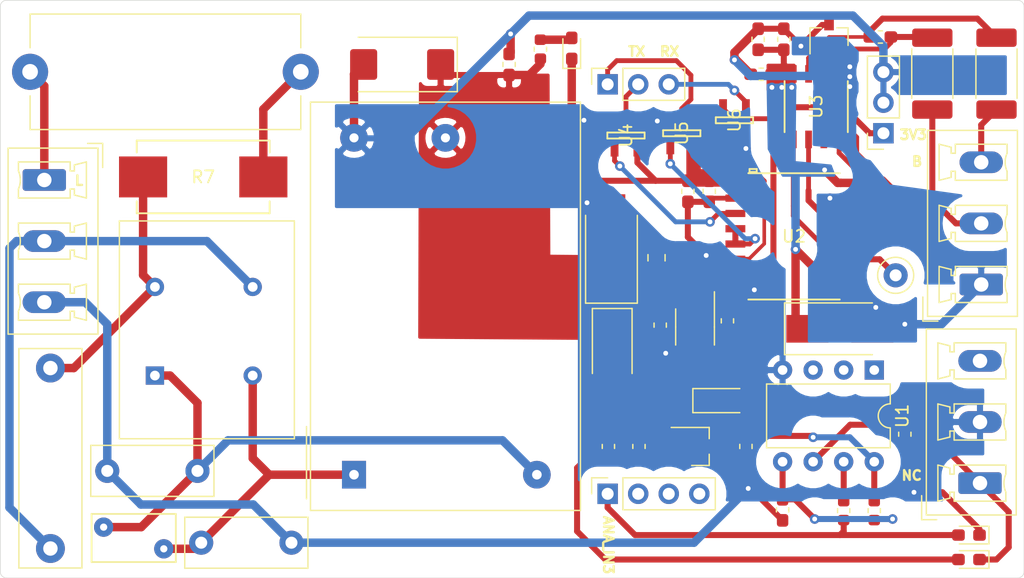
<source format=kicad_pcb>
(kicad_pcb (version 20171130) (host pcbnew 5.1.5-52549c5~84~ubuntu18.04.1)
  (layers (0 F.Cu signal) (31 B.Cu signal) (34 B.Paste user) (35 F.Paste user) (36 B.SilkS user) (37 F.SilkS user) (38 B.Mask user) (39 F.Mask user) (44 Edge.Cuts user))
  (net 0 "")
  (net 1 /LIVE)
  (net 2 "Net-(F1-Pad2)")
  (net 3 GND)
  (net 4 "Net-(R4-Pad2)")
  (net 5 "Net-(R3-Pad2)")
  (net 6 "Net-(R6-Pad1)")
  (net 7 "Net-(DR1-Pad2)")
  (net 8 "Net-(DG1-Pad2)")
  (net 9 "Net-(C1-Pad2)")
  (net 10 "Net-(C2-Pad1)")
  (net 11 "Net-(C0-Pad2)")
  (net 12 /NEUTRAL)
  (net 13 GNDA)
  (net 14 "Net-(D6-Pad2)")
  (net 15 "Net-(D6-Pad1)")
  (net 16 "Net-(J7-Pad3)")
  (net 17 "Net-(J7-Pad2)")
  (net 18 "Net-(TP4-Pad1)")
  (net 19 "Net-(U2-Pad6)")
  (net 20 "Net-(U2-Pad4)")
  (net 21 "Net-(U2-Pad3)")
  (net 22 /5VDC)
  (net 23 /RS485_TXD)
  (net 24 /RS485_EN)
  (net 25 /RS485_RXD)
  (net 26 "Net-(U2-Pad13)")
  (net 27 /NC)
  (net 28 /Q1E)
  (net 29 /Q1B)
  (net 30 "Net-(C9-Pad2)")
  (net 31 /3V3)
  (net 32 "Net-(C11-Pad1)")
  (net 33 "Net-(U2-Pad12)")
  (net 34 "Net-(DR2-Pad2)")
  (net 35 /vcc)
  (net 36 "Net-(U2-Pad14)")
  (module Resistor_SMD:R_0805_2012Metric_Pad1.15x1.40mm_HandSolder (layer F.Cu) (at 156.4005 82.1055 90)
    (fp_text reference R8 hide)
    (fp_text value 4k7 hide)
    (pad 2 smd roundrect (at 1.025 0 90) (size 1.15 1.4) (layers F.Cu F.Paste F.Mask) (roundrect_rratio 0.217391) (net 3 GND))
    (pad 1 smd roundrect (at -1.025 0 90) (size 1.15 1.4) (layers F.Cu F.Paste F.Mask) (roundrect_rratio 0.217391) (net 22 /5VDC))
  )
  (module LED_SMD:LED_0603_1608Metric_Pad1.05x0.95mm_HandSolder (layer F.Cu) (at 182.372 107.188 180)
    (fp_text reference DR1 hide)
    (fp_text value LED hide)
    (pad 2 smd roundrect (at 0.875 0 180) (size 1.05 0.95) (layers F.Cu F.Paste F.Mask) (net 7 "Net-(DR1-Pad2)"))
    (pad 1 smd roundrect (at -0.875 0 180) (size 1.05 0.95) (layers F.Cu F.Paste F.Mask) (net 27 /NC))
  )
  (module Resistor_SMD:R_2512_6332Metric_Pad1.52x3.35mm_HandSolder (layer F.Cu) (at 179.324 66.802 90)
    (fp_text reference R11 hide)
    (fp_text value 10 hide)
    (pad 2 smd roundrect (at 2.9875 0 90) (size 1.525 3.35) (layers F.Cu F.Paste F.Mask) (roundrect_rratio 0.163934) (net 14 "Net-(D6-Pad2)"))
    (pad 1 smd roundrect (at -2.9875 0 90) (size 1.525 3.35) (layers F.Cu F.Paste F.Mask) (roundrect_rratio 0.163934) (net 17 "Net-(J7-Pad2)"))
  )
  (module Resistor_SMD:R_2512_6332Metric_Pad1.52x3.35mm_HandSolder (layer F.Cu) (at 184.658 66.802 90)
    (fp_text reference R10 hide)
    (fp_text value 10 hide)
    (pad 2 smd roundrect (at 2.9875 0 90) (size 1.525 3.35) (layers F.Cu F.Paste F.Mask) (roundrect_rratio 0.163934) (net 15 "Net-(D6-Pad1)"))
    (pad 1 smd roundrect (at -2.9875 0 90) (size 1.525 3.35) (layers F.Cu F.Paste F.Mask) (roundrect_rratio 0.163934) (net 16 "Net-(J7-Pad3)"))
  )
  (module Converter_ACDC:Converter_ACDC_MeanWell_IRM-02-xx_THT (layer F.Cu) (at 131.2545 100.1395 90)
    (fp_text reference PS1 hide)
    (fp_text value IRM-01-5 hide)
    (pad 4 thru_hole circle (at 28 7.6 90) (size 2.3 2.3) (drill 0.76) (layers *.Cu *.Mask) (net 22 /5VDC))
    (pad 2 thru_hole circle (at 0 15.2 90) (size 2.3 2.3) (drill 0.8) (layers *.Cu *.Mask) (net 9 "Net-(C1-Pad2)"))
    (pad 1 thru_hole rect (at 0 0 90) (size 2.3 2) (drill 0.8) (layers *.Cu *.Mask) (net 10 "Net-(C2-Pad1)"))
    (pad 3 thru_hole circle (at 28 0 90) (size 2.3 2.3) (drill 0.76) (layers *.Cu *.Mask) (net 3 GND))
  )
  (module TestPoint:TestPoint_Loop_D1.80mm_Drill1.0mm_Beaded (layer F.Cu) (at 176.276 83.566)
    (fp_text reference TP4 hide)
    (fp_text value TestPoint hide)
    (pad 1 thru_hole circle (at 0 0) (size 2 2) (drill 1) (layers *.Cu *.Mask) (net 18 "Net-(TP4-Pad1)"))
  )
  (module LED_SMD:LED_0603_1608Metric_Pad1.05x0.95mm_HandSolder (layer F.Cu) (at 149.352 64.7065 90)
    (fp_text reference DR2 hide)
    (fp_text value "LSQ976-Z Red" hide)
    (pad 2 smd roundrect (at 0.875 0 90) (size 1.05 0.95) (layers F.Cu F.Paste F.Mask) (net 34 "Net-(DR2-Pad2)"))
    (pad 1 smd roundrect (at -0.875 0 90) (size 1.05 0.95) (layers F.Cu F.Paste F.Mask) (net 3 GND))
  )
  (module Diode_SMD:D_SMA (layer F.Cu) (at 152.7175 89.7255 270)
    (fp_text reference D2 hide)
    (fp_text value "SMAJ6 0A" hide)
    (pad 2 smd rect (at 2 0 270) (size 2.5 1.8) (layers F.Cu F.Paste F.Mask) (net 3 GND))
    (pad 1 smd rect (at -2 0 270) (size 2.5 1.8) (layers F.Cu F.Paste F.Mask) (net 22 /5VDC))
  )
  (module Package_SO:MSOP-8_3x3mm_P0.65mm (layer F.Cu) (at 159.6009 87.8586 270)
    (fp_text reference U7 hide)
    (fp_text value MIC5219-3.3YMM hide)
    (pad 8 smd roundrect (at 2.1125 -0.975 270) (size 1.625 0.5) (layers F.Cu F.Paste F.Mask) (net 3 GND))
    (pad 7 smd roundrect (at 2.1125 -0.325 270) (size 1.625 0.5) (layers F.Cu F.Paste F.Mask) (net 3 GND))
    (pad 6 smd roundrect (at 2.1125 0.325 270) (size 1.625 0.5) (layers F.Cu F.Paste F.Mask) (net 3 GND))
    (pad 5 smd roundrect (at 2.1125 0.975 270) (size 1.625 0.5) (layers F.Cu F.Paste F.Mask) (net 3 GND))
    (pad 4 smd roundrect (at -2.1125 0.975 270) (size 1.625 0.4) (layers F.Cu F.Paste F.Mask) (net 32 "Net-(C11-Pad1)"))
    (pad 3 smd roundrect (at -2.1125 0.325 270) (size 1.625 0.4) (layers F.Cu F.Paste F.Mask) (net 31 /3V3))
    (pad 2 smd roundrect (at -2.1125 -0.325 270) (size 1.625 0.5) (layers F.Cu F.Paste F.Mask) (net 22 /5VDC))
    (pad 1 smd roundrect (at -2.1125 -0.975 270) (size 1.625 0.5) (layers F.Cu F.Paste F.Mask) (net 22 /5VDC))
  )
  (module Capacitor_SMD:C_0603_1608Metric_Pad1.05x0.95mm_HandSolder (layer F.Cu) (at 156.7053 87.7062 270)
    (fp_text reference C11 hide)
    (fp_text value 470p hide)
    (pad 2 smd roundrect (at 0.875 0 270) (size 1.05 0.95) (layers F.Cu F.Paste F.Mask) (net 3 GND))
    (pad 1 smd roundrect (at -0.875 0 270) (size 1.05 0.95) (layers F.Cu F.Paste F.Mask) (net 32 "Net-(C11-Pad1)"))
  )
  (module Capacitor_SMD:C_0603_1608Metric_Pad1.05x0.95mm_HandSolder (layer F.Cu) (at 162.2933 87.3506 270)
    (fp_text reference C10 hide)
    (fp_text value 1u hide)
    (pad 2 smd roundrect (at 0.875 0 270) (size 1.05 0.95) (layers F.Cu F.Paste F.Mask) (net 3 GND))
    (pad 1 smd roundrect (at -0.875 0 270) (size 1.05 0.95) (layers F.Cu F.Paste F.Mask) (net 31 /3V3))
  )
  (module SMW310RJT:SMW310RJT (layer F.Cu) (at 118.7196 75.3872)
    (fp_text reference R7 (at 0 0) (layer F.SilkS))
    (fp_text value SMW310RJT hide)
    (pad 2 smd rect (at 4.99745 0) (size 4.0005 3.4036) (layers F.Cu F.Paste F.Mask) (net 2 "Net-(F1-Pad2)"))
    (pad 1 smd rect (at -4.99745 0) (size 4.0005 3.4036) (layers F.Cu F.Paste F.Mask) (net 11 "Net-(C0-Pad2)"))
  )
  (module Capacitor_Tantalum_SMD:CP_EIA-7343-20_Kemet-V_Pad2.25x2.55mm_HandSolder (layer F.Cu) (at 135.255 66.04 180)
    (fp_text reference CP2 hide)
    (fp_text value 150uF hide)
    (pad 2 smd roundrect (at 3.2 0 180) (size 2.25 2.55) (layers F.Cu F.Paste F.Mask) (roundrect_rratio 0.111111) (net 3 GND))
    (pad 1 smd roundrect (at -3.2 0 180) (size 2.25 2.55) (layers F.Cu F.Paste F.Mask) (roundrect_rratio 0.111111) (net 22 /5VDC))
  )
  (module Capacitor_SMD:C_0603_1608Metric_Pad1.05x0.95mm_HandSolder (layer F.Cu) (at 144.145 66.04 270)
    (fp_text reference C3 hide)
    (fp_text value 100nF hide)
    (pad 2 smd roundrect (at 0.875 0 270) (size 1.05 0.95) (layers F.Cu F.Paste F.Mask) (net 22 /5VDC))
    (pad 1 smd roundrect (at -0.875 0 270) (size 1.05 0.95) (layers F.Cu F.Paste F.Mask) (net 3 GND))
  )
  (module Capacitor_SMD:C_0603_1608Metric_Pad1.05x0.95mm_HandSolder (layer F.Cu) (at 163.83 97.79 90)
    (fp_text reference C9 hide)
    (fp_text value C_Small hide)
    (pad 2 smd roundrect (at 0.875 0 90) (size 1.05 0.95) (layers F.Cu F.Paste F.Mask) (net 30 "Net-(C9-Pad2)"))
    (pad 1 smd roundrect (at -0.875 0 90) (size 1.05 0.95) (layers F.Cu F.Paste F.Mask) (net 3 GND))
  )
  (module Diode_SMD:D_SOD-123 (layer F.Cu) (at 161.671 93.98)
    (fp_text reference D1 hide)
    (fp_text value D hide)
    (pad 2 smd rect (at 1.65 0) (size 0.9 1.2) (layers F.Cu F.Paste F.Mask) (net 31 /3V3))
    (pad 1 smd rect (at -1.65 0) (size 0.9 1.2) (layers F.Cu F.Paste F.Mask) (net 28 /Q1E))
  )
  (module Package_TO_SOT_SMD:SOT-23_Handsoldering (layer F.Cu) (at 160.02 97.79)
    (fp_text reference Q1 hide)
    (fp_text value Q_PNP_BEC hide)
    (pad 3 smd rect (at 1.5 0) (size 1.9 0.8) (layers F.Cu F.Paste F.Mask) (net 30 "Net-(C9-Pad2)"))
    (pad 2 smd rect (at -1.5 0.95) (size 1.9 0.8) (layers F.Cu F.Paste F.Mask) (net 28 /Q1E))
    (pad 1 smd rect (at -1.5 -0.95) (size 1.9 0.8) (layers F.Cu F.Paste F.Mask) (net 29 /Q1B))
  )
  (module LED_SMD:LED_0603_1608Metric_Pad1.05x0.95mm_HandSolder (layer F.Cu) (at 182.372 105.156 180)
    (fp_text reference DG1 hide)
    (fp_text value LED hide)
    (pad 2 smd roundrect (at 0.875 0 180) (size 1.05 0.95) (layers F.Cu F.Paste F.Mask) (net 8 "Net-(DG1-Pad2)"))
    (pad 1 smd roundrect (at -0.875 0 180) (size 1.05 0.95) (layers F.Cu F.Paste F.Mask) (net 3 GND))
  )
  (module Resistor_SMD:R_0603_1608Metric_Pad1.05x0.95mm_HandSolder (layer F.Cu) (at 166.878 103.0605 270)
    (fp_text reference R5 hide)
    (fp_text value 4.7K hide)
    (pad 2 smd roundrect (at 0.875 0 270) (size 1.05 0.95) (layers F.Cu F.Paste F.Mask) (net 3 GND))
    (pad 1 smd roundrect (at -0.875 0 270) (size 1.05 0.95) (layers F.Cu F.Paste F.Mask) (net 4 "Net-(R4-Pad2)"))
  )
  (module Connector_PinSocket_2.54mm:PinSocket_1x03_P2.54mm_Vertical (layer F.Cu) (at 152.3365 67.691 90)
    (fp_text reference J8 hide)
    (fp_text value Conn_01x03_Female hide)
    (pad 3 thru_hole oval (at 0 5.08 90) (size 1.7 1.7) (drill 1) (layers *.Cu *.Mask) (net 25 /RS485_RXD))
    (pad 2 thru_hole oval (at 0 2.54 90) (size 1.7 1.7) (drill 1) (layers *.Cu *.Mask) (net 23 /RS485_TXD))
    (pad 1 thru_hole rect (at 0 0 90) (size 1.7 1.7) (drill 1) (layers *.Cu *.Mask) (net 24 /RS485_EN))
  )
  (module Connector_Phoenix_MC_HighVoltage:PhoenixContact_MCV_1,5_3-G-5.08_1x03_P5.08mm_Vertical (layer F.Cu) (at 183.2864 100.838 90)
    (fp_text reference J1 hide)
    (fp_text value CON3 hide)
    (pad 3 thru_hole oval (at 10.16 0 90) (size 1.8 3.6) (drill 1.2) (layers *.Cu *.Mask))
    (pad 2 thru_hole oval (at 5.08 0 90) (size 1.8 3.6) (drill 1.2) (layers *.Cu *.Mask) (net 3 GND))
    (pad 1 thru_hole roundrect (at 0 0 90) (size 1.8 3.6) (drill 1.2) (layers *.Cu *.Mask) (roundrect_rratio 0.138889) (net 27 /NC))
  )
  (module Resistor_SMD:R_0603_1608Metric (layer F.Cu) (at 146.7485 64.77 270)
    (fp_text reference R9 hide)
    (fp_text value 1K5 hide)
    (pad 2 smd roundrect (at 0.7875 0 270) (size 0.875 0.95) (layers F.Cu F.Paste F.Mask) (net 22 /5VDC))
    (pad 1 smd roundrect (at -0.7875 0 270) (size 0.875 0.95) (layers F.Cu F.Paste F.Mask) (net 34 "Net-(DR2-Pad2)"))
  )
  (module Resistor_SMD:R_0603_1608Metric (layer F.Cu) (at 171.958 103.124 270)
    (fp_text reference R6 hide)
    (fp_text value 1K hide)
    (pad 2 smd roundrect (at 0.7875 0 270) (size 0.875 0.95) (layers F.Cu F.Paste F.Mask) (net 8 "Net-(DG1-Pad2)"))
    (pad 1 smd roundrect (at -0.7875 0 270) (size 0.875 0.95) (layers F.Cu F.Paste F.Mask) (net 6 "Net-(R6-Pad1)"))
  )
  (module Resistor_SMD:R_0603_1608Metric (layer F.Cu) (at 174.498 103.124 270)
    (fp_text reference R4 hide)
    (fp_text value 1M hide)
    (pad 2 smd roundrect (at 0.7875 0 270) (size 0.875 0.95) (layers F.Cu F.Paste F.Mask) (net 4 "Net-(R4-Pad2)"))
    (pad 1 smd roundrect (at -0.7875 0 270) (size 0.875 0.95) (layers F.Cu F.Paste F.Mask) (net 30 "Net-(C9-Pad2)"))
  )
  (module Resistor_SMD:R_0603_1608Metric (layer F.Cu) (at 177.038 96.774 90)
    (fp_text reference R3 hide)
    (fp_text value 10K hide)
    (pad 2 smd roundrect (at 0.7875 0 90) (size 0.875 0.95) (layers F.Cu F.Paste F.Mask) (net 5 "Net-(R3-Pad2)"))
    (pad 1 smd roundrect (at -0.7875 0 90) (size 0.875 0.95) (layers F.Cu F.Paste F.Mask) (net 27 /NC))
  )
  (module Resistor_SMD:R_0603_1608Metric (layer F.Cu) (at 152.4 97.79 270)
    (fp_text reference R2 hide)
    (fp_text value 1K hide)
    (pad 2 smd roundrect (at 0.7875 0 270) (size 0.875 0.95) (layers F.Cu F.Paste F.Mask) (net 7 "Net-(DR1-Pad2)"))
    (pad 1 smd roundrect (at -0.7875 0 270) (size 0.875 0.95) (layers F.Cu F.Paste F.Mask) (net 29 /Q1B))
  )
  (module Resistor_SMD:R_0603_1608Metric (layer F.Cu) (at 154.94 97.79 90)
    (fp_text reference R1 hide)
    (fp_text value 1K hide)
    (pad 2 smd roundrect (at 0.7875 0 90) (size 0.875 0.95) (layers F.Cu F.Paste F.Mask) (net 29 /Q1B))
    (pad 1 smd roundrect (at -0.7875 0 90) (size 0.875 0.95) (layers F.Cu F.Paste F.Mask) (net 28 /Q1E))
  )
  (module SN74LV1T34DBVR:SN74LV1T34DBVR (layer F.Cu) (at 162.8775 70.6755 90)
    (fp_text reference U6 (at 0 0 90) (layer F.SilkS))
    (fp_text value SN74LV1T34DBVR hide)
    (pad 5 smd rect (at 1.2 -0.950001 180) (size 0.650001 1.1) (layers F.Cu F.Paste F.Mask) (net 31 /3V3))
    (pad 4 smd rect (at 1.2 0.949998 180) (size 0.650001 1.1) (layers F.Cu F.Paste F.Mask) (net 25 /RS485_RXD))
    (pad 3 smd rect (at -1.2 0.949998 180) (size 0.650001 1.1) (layers F.Cu F.Paste F.Mask) (net 3 GND))
    (pad 2 smd rect (at -1.2 0 180) (size 0.650001 1.1) (layers F.Cu F.Paste F.Mask) (net 19 "Net-(U2-Pad6)"))
    (pad 1 smd rect (at -1.2 -0.950001 180) (size 0.650001 1.1) (layers F.Cu F.Paste F.Mask))
  )
  (module SN74LV1T34DBVR:SN74LV1T34DBVR (layer F.Cu) (at 158.496 71.755 270)
    (fp_text reference U5 (at 0 0 90) (layer F.SilkS))
    (fp_text value SN74LV1T34DBVR hide)
    (pad 5 smd rect (at 1.2 -0.950001) (size 0.650001 1.1) (layers F.Cu F.Paste F.Mask) (net 22 /5VDC))
    (pad 4 smd rect (at 1.2 0.949998) (size 0.650001 1.1) (layers F.Cu F.Paste F.Mask) (net 20 "Net-(U2-Pad4)"))
    (pad 3 smd rect (at -1.2 0.949998) (size 0.650001 1.1) (layers F.Cu F.Paste F.Mask) (net 3 GND))
    (pad 2 smd rect (at -1.2 0) (size 0.650001 1.1) (layers F.Cu F.Paste F.Mask) (net 24 /RS485_EN))
    (pad 1 smd rect (at -1.2 -0.950001) (size 0.650001 1.1) (layers F.Cu F.Paste F.Mask))
  )
  (module SN74LV1T34DBVR:SN74LV1T34DBVR (layer F.Cu) (at 153.8605 71.9455 270)
    (fp_text reference U4 (at 0 0 90) (layer F.SilkS))
    (fp_text value SN74LV1T34DBVR hide)
    (pad 5 smd rect (at 1.2 -0.950001) (size 0.650001 1.1) (layers F.Cu F.Paste F.Mask) (net 22 /5VDC))
    (pad 4 smd rect (at 1.2 0.949998) (size 0.650001 1.1) (layers F.Cu F.Paste F.Mask) (net 21 "Net-(U2-Pad3)"))
    (pad 3 smd rect (at -1.2 0.949998) (size 0.650001 1.1) (layers F.Cu F.Paste F.Mask) (net 3 GND))
    (pad 2 smd rect (at -1.2 0) (size 0.650001 1.1) (layers F.Cu F.Paste F.Mask) (net 23 /RS485_TXD))
    (pad 1 smd rect (at -1.2 -0.950001) (size 0.650001 1.1) (layers F.Cu F.Paste F.Mask))
  )
  (module THVD1500D:THVD1500D (layer F.Cu) (at 169.672 69.5452 90)
    (fp_text reference U3 (at 0 0 90) (layer F.SilkS))
    (fp_text value THVD1500D hide)
    (pad 8 smd rect (at 2.72415 -1.905 90) (size 1.4605 0.5588) (layers F.Cu F.Paste F.Mask) (net 35 /vcc))
    (pad 7 smd rect (at 2.72415 -0.635 90) (size 1.4605 0.5588) (layers F.Cu F.Paste F.Mask) (net 15 "Net-(D6-Pad1)"))
    (pad 6 smd rect (at 2.72415 0.635 90) (size 1.4605 0.5588) (layers F.Cu F.Paste F.Mask) (net 14 "Net-(D6-Pad2)"))
    (pad 5 smd rect (at 2.72415 1.905 90) (size 1.4605 0.5588) (layers F.Cu F.Paste F.Mask) (net 13 GNDA))
    (pad 4 smd rect (at -2.72415 1.905 90) (size 1.4605 0.5588) (layers F.Cu F.Paste F.Mask) (net 36 "Net-(U2-Pad14)"))
    (pad 3 smd rect (at -2.72415 0.635 90) (size 1.4605 0.5588) (layers F.Cu F.Paste F.Mask) (net 33 "Net-(U2-Pad12)"))
    (pad 2 smd rect (at -2.72415 -0.635 90) (size 1.4605 0.5588) (layers F.Cu F.Paste F.Mask) (net 26 "Net-(U2-Pad13)"))
    (pad 1 smd rect (at -2.72415 -1.905 90) (size 1.4605 0.5588) (layers F.Cu F.Paste F.Mask) (net 18 "Net-(TP4-Pad1)"))
  )
  (module ISOW7841DWE:ISOW7841DWE (layer F.Cu) (at 167.8305 80.3275)
    (fp_text reference U2 (at 0 0) (layer F.SilkS))
    (fp_text value ISOW7841DWE hide)
    (pad 16 smd rect (at 4.874999 -4.445) (size 1.649999 0.599999) (layers F.Cu F.Paste F.Mask) (net 35 /vcc))
    (pad 15 smd rect (at 4.874999 -3.175) (size 1.649999 0.599999) (layers F.Cu F.Paste F.Mask) (net 13 GNDA))
    (pad 14 smd rect (at 4.874999 -1.905) (size 1.649999 0.599999) (layers F.Cu F.Paste F.Mask) (net 36 "Net-(U2-Pad14)"))
    (pad 13 smd rect (at 4.874999 -0.635) (size 1.649999 0.599999) (layers F.Cu F.Paste F.Mask) (net 26 "Net-(U2-Pad13)"))
    (pad 12 smd rect (at 4.874999 0.635) (size 1.649999 0.599999) (layers F.Cu F.Paste F.Mask) (net 33 "Net-(U2-Pad12)"))
    (pad 11 smd rect (at 4.874999 1.905) (size 1.649999 0.599999) (layers F.Cu F.Paste F.Mask) (net 18 "Net-(TP4-Pad1)"))
    (pad 10 smd rect (at 4.874999 3.175) (size 1.649999 0.599999) (layers F.Cu F.Paste F.Mask) (net 35 /vcc))
    (pad 9 smd rect (at 4.874999 4.445) (size 1.649999 0.599999) (layers F.Cu F.Paste F.Mask) (net 13 GNDA))
    (pad 8 smd rect (at -4.874999 4.445) (size 1.649999 0.599999) (layers F.Cu F.Paste F.Mask) (net 3 GND))
    (pad 7 smd rect (at -4.874999 3.175) (size 1.649999 0.599999) (layers F.Cu F.Paste F.Mask))
    (pad 6 smd rect (at -4.874999 1.905) (size 1.649999 0.599999) (layers F.Cu F.Paste F.Mask) (net 19 "Net-(U2-Pad6)"))
    (pad 5 smd rect (at -4.874999 0.635) (size 1.649999 0.599999) (layers F.Cu F.Paste F.Mask) (net 20 "Net-(U2-Pad4)"))
    (pad 4 smd rect (at -4.874999 -0.635) (size 1.649999 0.599999) (layers F.Cu F.Paste F.Mask) (net 20 "Net-(U2-Pad4)"))
    (pad 3 smd rect (at -4.874999 -1.905) (size 1.649999 0.599999) (layers F.Cu F.Paste F.Mask) (net 21 "Net-(U2-Pad3)"))
    (pad 2 smd rect (at -4.874999 -3.175) (size 1.649999 0.599999) (layers F.Cu F.Paste F.Mask) (net 3 GND))
    (pad 1 smd rect (at -4.874999 -4.445) (size 1.649999 0.599999) (layers F.Cu F.Paste F.Mask) (net 22 /5VDC))
  )
  (module Resistor_SMD:R_0603_1608Metric_Pad1.05x0.95mm_HandSolder (layer F.Cu) (at 175.006 63.754 180)
    (fp_text reference R12 hide)
    (fp_text value 120 hide)
    (pad 2 smd roundrect (at 0.875 0 180) (size 1.05 0.95) (layers F.Cu F.Paste F.Mask) (net 15 "Net-(D6-Pad1)"))
    (pad 1 smd roundrect (at -0.875 0 180) (size 1.05 0.95) (layers F.Cu F.Paste F.Mask) (net 14 "Net-(D6-Pad2)"))
  )
  (module Connector_Phoenix_MC_HighVoltage:PhoenixContact_MCV_1,5_3-G-5.08_1x03_P5.08mm_Vertical (layer F.Cu) (at 183.388 84.328 90)
    (fp_text reference J7 hide)
    (fp_text value CON3 hide)
    (pad 3 thru_hole oval (at 10.16 0 90) (size 1.8 3.6) (drill 1.2) (layers *.Cu *.Mask) (net 16 "Net-(J7-Pad3)"))
    (pad 2 thru_hole oval (at 5.08 0 90) (size 1.8 3.6) (drill 1.2) (layers *.Cu *.Mask) (net 17 "Net-(J7-Pad2)"))
    (pad 1 thru_hole roundrect (at 0 0 90) (size 1.8 3.6) (drill 1.2) (layers *.Cu *.Mask) (roundrect_rratio 0.138889) (net 13 GNDA))
  )
  (module Package_TO_SOT_SMD:SOT-23 (layer F.Cu) (at 170.7388 63.754 90)
    (fp_text reference D6 hide)
    (fp_text value CDSOT23-SM712 hide)
    (pad 3 smd rect (at 1 0 90) (size 0.9 0.8) (layers F.Cu F.Paste F.Mask) (net 13 GNDA))
    (pad 2 smd rect (at -1 0.95 90) (size 0.9 0.8) (layers F.Cu F.Paste F.Mask) (net 14 "Net-(D6-Pad2)"))
    (pad 1 smd rect (at -1 -0.95 90) (size 0.9 0.8) (layers F.Cu F.Paste F.Mask) (net 15 "Net-(D6-Pad1)"))
  )
  (module Diode_SMD:D_SMB_Handsoldering (layer F.Cu) (at 152.654 81.28 90)
    (fp_text reference D5 hide)
    (fp_text value D_Zener_Small hide)
    (pad 2 smd rect (at 2.7 0 90) (size 3.5 2.3) (layers F.Cu F.Paste F.Mask) (net 3 GND))
    (pad 1 smd rect (at -2.7 0 90) (size 3.5 2.3) (layers F.Cu F.Paste F.Mask) (net 22 /5VDC))
  )
  (module Diode_SMD:D_SMB_Handsoldering (layer F.Cu) (at 171.6405 88.011)
    (fp_text reference D4 hide)
    (fp_text value D_Zener_Small hide)
    (pad 2 smd rect (at 2.7 0) (size 3.5 2.3) (layers F.Cu F.Paste F.Mask) (net 13 GNDA))
    (pad 1 smd rect (at -2.7 0) (size 3.5 2.3) (layers F.Cu F.Paste F.Mask) (net 35 /vcc))
  )
  (module Capacitor_SMD:C_0603_1608Metric_Pad1.05x0.95mm_HandSolder (layer F.Cu) (at 159.004 76.581 270)
    (fp_text reference C8 hide)
    (fp_text value 0.1u hide)
    (pad 2 smd roundrect (at 0.875 0 270) (size 1.05 0.95) (layers F.Cu F.Paste F.Mask) (net 3 GND))
    (pad 1 smd roundrect (at -0.875 0 270) (size 1.05 0.95) (layers F.Cu F.Paste F.Mask) (net 22 /5VDC))
  )
  (module Capacitor_SMD:C_0603_1608Metric_Pad1.05x0.95mm_HandSolder (layer F.Cu) (at 160.782 76.581 270)
    (fp_text reference C7 hide)
    (fp_text value 10u hide)
    (pad 2 smd roundrect (at 0.875 0 270) (size 1.05 0.95) (layers F.Cu F.Paste F.Mask) (net 3 GND))
    (pad 1 smd roundrect (at -0.875 0 270) (size 1.05 0.95) (layers F.Cu F.Paste F.Mask) (net 22 /5VDC))
  )
  (module Capacitor_SMD:C_0603_1608Metric_Pad1.05x0.95mm_HandSolder (layer F.Cu) (at 165.1 66.8528 180)
    (fp_text reference C6 hide)
    (fp_text value 0.1u hide)
    (pad 2 smd roundrect (at 0.875 0 180) (size 1.05 0.95) (layers F.Cu F.Paste F.Mask) (net 13 GNDA))
    (pad 1 smd roundrect (at -0.875 0 180) (size 1.05 0.95) (layers F.Cu F.Paste F.Mask) (net 35 /vcc))
  )
  (module Capacitor_SMD:C_0603_1608Metric_Pad1.05x0.95mm_HandSolder (layer F.Cu) (at 164.846 63.9445 90)
    (fp_text reference C5 hide)
    (fp_text value 10u hide)
    (pad 2 smd roundrect (at 0.875 0 90) (size 1.05 0.95) (layers F.Cu F.Paste F.Mask) (net 13 GNDA))
    (pad 1 smd roundrect (at -0.875 0 90) (size 1.05 0.95) (layers F.Cu F.Paste F.Mask) (net 35 /vcc))
  )
  (module Capacitor_SMD:C_0603_1608Metric_Pad1.05x0.95mm_HandSolder (layer F.Cu) (at 166.9796 63.9445 270)
    (fp_text reference C4 hide)
    (fp_text value 0.1u hide)
    (pad 2 smd roundrect (at 0.875 0 270) (size 1.05 0.95) (layers F.Cu F.Paste F.Mask) (net 35 /vcc))
    (pad 1 smd roundrect (at -0.875 0 270) (size 1.05 0.95) (layers F.Cu F.Paste F.Mask) (net 13 GNDA))
  )
  (module Connector_PinSocket_2.54mm:PinSocket_1x04_P2.54mm_Vertical (layer F.Cu) (at 152.3365 101.727 90)
    (fp_text reference J6 hide)
    (fp_text value Conn_01x04 hide)
    (pad 4 thru_hole oval (at 0 7.62 90) (size 1.7 1.7) (drill 1) (layers *.Cu *.Mask))
    (pad 3 thru_hole oval (at 0 5.08 90) (size 1.7 1.7) (drill 1) (layers *.Cu *.Mask))
    (pad 2 thru_hole oval (at 0 2.54 90) (size 1.7 1.7) (drill 1) (layers *.Cu *.Mask))
    (pad 1 thru_hole rect (at 0 0 90) (size 1.7 1.7) (drill 1) (layers *.Cu *.Mask) (net 8 "Net-(DG1-Pad2)"))
  )
  (module Connector_PinSocket_2.54mm:PinSocket_1x03_P2.54mm_Vertical (layer F.Cu) (at 175.26 71.755 180)
    (fp_text reference J5 hide)
    (fp_text value Conn_01x03_Female hide)
    (pad 3 thru_hole oval (at 0 5.08 180) (size 1.7 1.7) (drill 1) (layers *.Cu *.Mask) (net 3 GND))
    (pad 2 thru_hole oval (at 0 2.54 180) (size 1.7 1.7) (drill 1) (layers *.Cu *.Mask) (net 3 GND))
    (pad 1 thru_hole rect (at 0 0 180) (size 1.7 1.7) (drill 1) (layers *.Cu *.Mask) (net 31 /3V3))
  )
  (module pwrcon:choke_wurth_744862250 (layer F.Cu) (at 114.7064 91.8972 180)
    (fp_text reference LC1 hide)
    (fp_text value "25mH, 0.25A" hide)
    (pad 4 thru_hole circle (at -8.128 0 180) (size 1.52 1.52) (drill 0.81) (layers *.Cu *.Mask) (net 10 "Net-(C2-Pad1)"))
    (pad 3 thru_hole circle (at -8.128 7.366 180) (size 1.52 1.52) (drill 0.81) (layers *.Cu *.Mask) (net 12 /NEUTRAL))
    (pad 1 thru_hole rect (at 0 0 180) (size 1.52 1.52) (drill 0.81) (layers *.Cu *.Mask) (net 9 "Net-(C1-Pad2)"))
    (pad 2 thru_hole circle (at 0 7.366 180) (size 1.52 1.52) (drill 0.81) (layers *.Cu *.Mask) (net 11 "Net-(C0-Pad2)"))
  )
  (module Capacitor_THT:C_Rect_L18.0mm_W5.0mm_P15.00mm_FKS3_FKP3 (layer F.Cu) (at 106.0196 106.2736 90)
    (fp_text reference C0 hide)
    (fp_text value 100nF hide)
    (pad 2 thru_hole circle (at 15 0 90) (size 2.4 2.4) (drill 1.2) (layers *.Cu *.Mask) (net 11 "Net-(C0-Pad2)"))
    (pad 1 thru_hole circle (at 0 0 90) (size 2.4 2.4) (drill 1.2) (layers *.Cu *.Mask) (net 12 /NEUTRAL))
  )
  (module Capacitor_THT:C_Rect_L10.0mm_W4.0mm_P7.50mm_MKS4 (layer F.Cu) (at 118.5545 105.791)
    (fp_text reference C2 hide)
    (fp_text value 47nF hide)
    (pad 2 thru_hole circle (at 7.5 0) (size 2 2) (drill 1) (layers *.Cu *.Mask) (net 3 GND))
    (pad 1 thru_hole circle (at 0 0) (size 2 2) (drill 1) (layers *.Cu *.Mask) (net 10 "Net-(C2-Pad1)"))
  )
  (module Capacitor_THT:C_Rect_L10.0mm_W4.0mm_P7.50mm_MKS4 (layer F.Cu) (at 110.744 99.822)
    (fp_text reference C1 hide)
    (fp_text value 47nF hide)
    (pad 2 thru_hole circle (at 7.5 0) (size 2 2) (drill 1) (layers *.Cu *.Mask) (net 9 "Net-(C1-Pad2)"))
    (pad 1 thru_hole circle (at 0 0) (size 2 2) (drill 1) (layers *.Cu *.Mask) (net 3 GND))
  )
  (module Package_DIP:DIP-8_W7.62mm (layer F.Cu) (at 174.498 91.44 270)
    (fp_text reference U1 (at 3.81 -2.33 90) (layer F.SilkS))
    (fp_text value LM358 hide)
    (pad 1 thru_hole rect (at 0 0 270) (size 1.6 1.6) (drill 0.8) (layers *.Cu *.Mask))
    (pad 5 thru_hole oval (at 7.62 7.62 270) (size 1.6 1.6) (drill 0.8) (layers *.Cu *.Mask) (net 4 "Net-(R4-Pad2)"))
    (pad 2 thru_hole oval (at 0 2.54 270) (size 1.6 1.6) (drill 0.8) (layers *.Cu *.Mask))
    (pad 6 thru_hole oval (at 7.62 5.08 270) (size 1.6 1.6) (drill 0.8) (layers *.Cu *.Mask) (net 5 "Net-(R3-Pad2)"))
    (pad 3 thru_hole oval (at 0 5.08 270) (size 1.6 1.6) (drill 0.8) (layers *.Cu *.Mask))
    (pad 7 thru_hole oval (at 7.62 2.54 270) (size 1.6 1.6) (drill 0.8) (layers *.Cu *.Mask) (net 6 "Net-(R6-Pad1)"))
    (pad 4 thru_hole oval (at 0 7.62 270) (size 1.6 1.6) (drill 0.8) (layers *.Cu *.Mask) (net 3 GND))
    (pad 8 thru_hole oval (at 7.62 0 270) (size 1.6 1.6) (drill 0.8) (layers *.Cu *.Mask) (net 30 "Net-(C9-Pad2)"))
  )
  (module Varistor:RV_Disc_D7mm_W4mm_P5mm (layer F.Cu) (at 115.443 106.299 180)
    (fp_text reference RV1 hide)
    (fp_text value 275V hide)
    (pad 2 thru_hole circle (at 5 1.8 180) (size 1.6 1.6) (drill 0.6) (layers *.Cu *.Mask) (net 9 "Net-(C1-Pad2)"))
    (pad 1 thru_hole circle (at 0 0 180) (size 1.6 1.6) (drill 0.6) (layers *.Cu *.Mask) (net 10 "Net-(C2-Pad1)"))
  )
  (module Fuse:Fuseholder_Cylinder-5x20mm_Schurter_0031_8201_Horizontal_Open (layer F.Cu) (at 104.3305 66.6496)
    (fp_text reference F1 hide)
    (fp_text value "Fuseholder 20mm 500mA" hide)
    (pad "" np_thru_hole circle (at 11.25 0) (size 2.7 2.7) (drill 2.7) (layers *.Cu *.Mask))
    (pad 2 thru_hole circle (at 22.5 0) (size 3 3) (drill 1.3) (layers *.Cu *.Mask) (net 2 "Net-(F1-Pad2)"))
    (pad 1 thru_hole circle (at 0 0) (size 3 3) (drill 1.3) (layers *.Cu *.Mask) (net 1 /LIVE))
  )
  (module Connector_Phoenix_MC_HighVoltage:PhoenixContact_MCV_1,5_3-G-5.08_1x03_P5.08mm_Vertical (layer F.Cu) (at 105.5116 75.6412 270)
    (fp_text reference J4 hide)
    (fp_text value CON3 hide)
    (pad 1 thru_hole roundrect (at 0 0 270) (size 1.8 3.6) (drill 1.2) (layers *.Cu *.Mask) (roundrect_rratio 0.138889) (net 1 /LIVE))
    (pad 2 thru_hole oval (at 5.08 0 270) (size 1.8 3.6) (drill 1.2) (layers *.Cu *.Mask) (net 12 /NEUTRAL))
    (pad 3 thru_hole oval (at 10.16 0 270) (size 1.8 3.6) (drill 1.2) (layers *.Cu *.Mask) (net 3 GND))
  )
  (gr_text 3V3 (at 177.7365 71.882) (layer F.SilkS) (effects (font (size 0.8 0.8) (thickness 0.2))))
  (gr_text L (at 108.3945 75.692) (layer F.SilkS) (effects (font (size 0.8 0.8) (thickness 0.2))))
  (gr_text ANA_IN3 (at 152.4 105.9815 270) (layer F.SilkS) (effects (font (size 0.8 0.8) (thickness 0.2))))
  (gr_text RX (at 157.48 64.9605) (layer F.SilkS) (effects (font (size 0.8 0.8) (thickness 0.2))))
  (gr_text TX (at 154.7495 64.9605) (layer F.SilkS) (effects (font (size 0.8 0.8) (thickness 0.2))))
  (gr_text NC (at 177.6095 100.203) (layer F.SilkS) (effects (font (size 0.8 0.8) (thickness 0.2))))
  (gr_text B (at 178.054 74.1045) (layer F.SilkS) (effects (font (size 0.8 0.8) (thickness 0.2))))
  (gr_arc (start 102.362 61.214) (end 102.362 60.706) (angle -90) (layer Edge.Cuts) (width 0.05))
  (gr_arc (start 102.362 108.204) (end 101.854 108.204) (angle -90) (layer Edge.Cuts) (width 0.05))
  (gr_arc (start 186.436 108.204) (end 186.436 108.712) (angle -90) (layer Edge.Cuts) (width 0.05))
  (gr_arc (start 186.436 61.214) (end 186.944 61.214) (angle -90) (layer Edge.Cuts) (width 0.05))
  (gr_line (start 101.854 108.204) (end 101.854 61.214) (layer Edge.Cuts) (width 0.05))
  (gr_line (start 186.436 108.712) (end 102.362 108.712) (layer Edge.Cuts) (width 0.05))
  (gr_line (start 186.944 61.214) (end 186.944 108.204) (layer Edge.Cuts) (width 0.05))
  (gr_line (start 102.362 60.706) (end 186.436 60.706) (layer Edge.Cuts) (width 0.05))
  (segment (start 105.5116 67.8307) (end 104.3305 66.6496) (width 0.7) (layer F.Cu) (net 1))
  (segment (start 105.5116 75.6412) (end 105.5116 67.8307) (width 0.7) (layer F.Cu) (net 1))
  (segment (start 123.71705 69.76305) (end 123.71705 75.3872) (width 0.7) (layer F.Cu) (net 2))
  (segment (start 126.8305 66.6496) (end 123.71705 69.76305) (width 0.7) (layer F.Cu) (net 2))
  (segment (start 131.4704 66.6246) (end 132.055 66.04) (width 0.3) (layer F.Cu) (net 3))
  (via (at 144.272 63.5) (size 0.8) (drill 0.4) (layers F.Cu B.Cu) (net 3))
  (segment (start 144.272 65.038) (end 144.145 65.165) (width 0.5) (layer F.Cu) (net 3))
  (segment (start 144.272 63.5) (end 144.272 65.038) (width 0.7) (layer F.Cu) (net 3))
  (segment (start 135.5944 72.1776) (end 131.4704 72.1776) (width 0.5) (layer B.Cu) (net 3))
  (segment (start 144.272 63.5) (end 135.5944 72.1776) (width 0.7) (layer B.Cu) (net 3))
  (via (at 150.368 70.6755) (size 0.8) (drill 0.4) (layers F.Cu B.Cu) (net 3))
  (via (at 157.1625 90.043) (size 0.8) (drill 0.4) (layers F.Cu B.Cu) (net 3))
  (segment (start 158.6259 89.9711) (end 159.2759 89.9711) (width 0.3) (layer F.Cu) (net 3))
  (segment (start 159.2759 89.9711) (end 159.9259 89.9711) (width 0.3) (layer F.Cu) (net 3))
  (segment (start 159.9259 89.9711) (end 160.5759 89.9711) (width 0.3) (layer F.Cu) (net 3))
  (via (at 156.464 70.739) (size 0.8) (drill 0.4) (layers F.Cu B.Cu) (net 3))
  (segment (start 157.546002 70.555) (end 156.648 70.555) (width 0.4) (layer F.Cu) (net 3))
  (segment (start 156.648 70.555) (end 156.464 70.739) (width 0.4) (layer F.Cu) (net 3))
  (via (at 177.8 101.6) (size 0.8) (drill 0.4) (layers F.Cu B.Cu) (net 3))
  (segment (start 110.744 99.822) (end 113.538 102.616) (width 0.7) (layer B.Cu) (net 3))
  (segment (start 105.5116 85.8012) (end 108.9152 85.8012) (width 0.7) (layer B.Cu) (net 3))
  (segment (start 110.744 87.63) (end 110.744 99.822) (width 0.7) (layer B.Cu) (net 3))
  (segment (start 108.9152 85.8012) (end 110.744 87.63) (width 0.7) (layer B.Cu) (net 3))
  (segment (start 162.2933 89.4842) (end 162.2933 88.2256) (width 0.3) (layer F.Cu) (net 3))
  (segment (start 160.5759 89.9711) (end 161.8064 89.9711) (width 0.3) (layer F.Cu) (net 3))
  (segment (start 161.8064 89.9711) (end 162.2933 89.4842) (width 0.3) (layer F.Cu) (net 3))
  (segment (start 162.814 91.44) (end 166.878 91.44) (width 0.5) (layer B.Cu) (net 3))
  (segment (start 158.554 90.043) (end 158.6259 89.9711) (width 0.3) (layer F.Cu) (net 3))
  (segment (start 157.1625 90.043) (end 158.554 90.043) (width 0.3) (layer F.Cu) (net 3))
  (segment (start 145.796 61.976) (end 144.272 63.5) (width 0.7) (layer B.Cu) (net 3))
  (segment (start 172.72 61.976) (end 145.796 61.976) (width 0.7) (layer B.Cu) (net 3))
  (segment (start 175.26 66.675) (end 175.26 64.516) (width 0.7) (layer B.Cu) (net 3))
  (segment (start 175.26 64.516) (end 172.72 61.976) (width 0.7) (layer B.Cu) (net 3))
  (segment (start 183.247 104.681) (end 183.247 105.156) (width 0.5) (layer F.Cu) (net 3))
  (segment (start 180.166 101.6) (end 183.247 104.681) (width 0.5) (layer F.Cu) (net 3))
  (segment (start 177.8 101.6) (end 180.166 101.6) (width 0.5) (layer F.Cu) (net 3))
  (segment (start 131.2545 66.8405) (end 132.055 66.04) (width 0.7) (layer F.Cu) (net 3))
  (segment (start 131.2545 72.1395) (end 131.2545 66.8405) (width 0.7) (layer F.Cu) (net 3))
  (segment (start 122.8795 102.616) (end 126.0545 105.791) (width 0.7) (layer B.Cu) (net 3))
  (segment (start 113.538 102.616) (end 122.8795 102.616) (width 0.7) (layer B.Cu) (net 3))
  (via (at 164.0205 101.2825) (size 0.8) (drill 0.4) (layers F.Cu B.Cu) (net 3))
  (segment (start 163.83 101.092) (end 164.0205 101.2825) (width 0.3) (layer F.Cu) (net 3))
  (segment (start 163.83 98.665) (end 163.83 101.092) (width 0.5) (layer F.Cu) (net 3))
  (via (at 160.528 81.915) (size 0.8) (drill 0.4) (layers F.Cu B.Cu) (net 3))
  (segment (start 152.840502 70.6755) (end 152.910502 70.7455) (width 0.5) (layer F.Cu) (net 3))
  (segment (start 150.368 70.6755) (end 152.840502 70.6755) (width 0.7) (layer F.Cu) (net 3))
  (segment (start 159.512 105.791) (end 164.0205 101.2825) (width 0.7) (layer B.Cu) (net 3))
  (segment (start 126.0545 105.791) (end 159.512 105.791) (width 0.7) (layer B.Cu) (net 3))
  (via (at 150.622 77.5335) (size 0.8) (drill 0.4) (layers F.Cu B.Cu) (net 3))
  (segment (start 152.654 78.58) (end 152.654 77.5335) (width 0.5) (layer F.Cu) (net 3))
  (segment (start 152.9045 81.0805) (end 155.7005 81.0805) (width 0.5) (layer F.Cu) (net 3))
  (segment (start 152.654 80.83) (end 152.9045 81.0805) (width 0.5) (layer F.Cu) (net 3))
  (segment (start 155.7005 81.0805) (end 156.4005 81.0805) (width 0.5) (layer F.Cu) (net 3))
  (segment (start 152.654 78.58) (end 152.654 80.83) (width 0.5) (layer F.Cu) (net 3))
  (segment (start 159.6935 81.0805) (end 160.528 81.915) (width 0.5) (layer F.Cu) (net 3))
  (segment (start 156.4005 81.0805) (end 159.6935 81.0805) (width 0.5) (layer F.Cu) (net 3))
  (segment (start 151.6075 77.5335) (end 152.654 78.58) (width 0.5) (layer F.Cu) (net 3))
  (segment (start 150.622 77.5335) (end 151.6075 77.5335) (width 0.5) (layer F.Cu) (net 3))
  (segment (start 155.48 91.7255) (end 157.1625 90.043) (width 0.5) (layer F.Cu) (net 3))
  (segment (start 152.7175 91.7255) (end 155.48 91.7255) (width 0.5) (layer F.Cu) (net 3))
  (segment (start 156.7053 89.5858) (end 157.1625 90.043) (width 0.5) (layer F.Cu) (net 3))
  (segment (start 156.7053 88.5812) (end 156.7053 89.5858) (width 0.5) (layer F.Cu) (net 3))
  (via (at 163.83 73.025) (size 0.8) (drill 0.4) (layers F.Cu B.Cu) (net 3))
  (segment (start 164.225 101.2825) (end 166.878 103.9355) (width 0.5) (layer F.Cu) (net 3))
  (segment (start 164.0205 101.2825) (end 164.225 101.2825) (width 0.5) (layer F.Cu) (net 3))
  (segment (start 159.004 77.456) (end 160.782 77.456) (width 0.5) (layer F.Cu) (net 3))
  (segment (start 161.0855 77.1525) (end 160.782 77.456) (width 0.4) (layer F.Cu) (net 3))
  (segment (start 162.955501 77.1525) (end 161.0855 77.1525) (width 0.4) (layer F.Cu) (net 3))
  (segment (start 159.004 80.391) (end 159.6935 81.0805) (width 0.5) (layer F.Cu) (net 3))
  (segment (start 159.004 77.456) (end 159.004 80.391) (width 0.5) (layer F.Cu) (net 3))
  (segment (start 160.528 82.480685) (end 160.528 81.915) (width 0.5) (layer F.Cu) (net 3))
  (segment (start 161.630502 84.7725) (end 160.528 83.669998) (width 0.5) (layer F.Cu) (net 3))
  (segment (start 160.528 83.669998) (end 160.528 82.480685) (width 0.5) (layer F.Cu) (net 3))
  (segment (start 162.955501 84.7725) (end 161.630502 84.7725) (width 0.5) (layer F.Cu) (net 3))
  (via (at 164.5285 84.7725) (size 0.8) (drill 0.4) (layers F.Cu B.Cu) (net 3))
  (segment (start 162.955501 84.7725) (end 164.5285 84.7725) (width 0.5) (layer F.Cu) (net 3))
  (segment (start 163.83 71.878002) (end 163.827498 71.8755) (width 0.5) (layer F.Cu) (net 3))
  (segment (start 163.83 73.025) (end 163.83 71.878002) (width 0.5) (layer F.Cu) (net 3))
  (segment (start 149.352 69.6595) (end 150.368 70.6755) (width 0.7) (layer F.Cu) (net 3))
  (segment (start 149.352 65.5815) (end 149.352 69.6595) (width 0.7) (layer F.Cu) (net 3))
  (via (at 169.545 103.8225) (size 0.8) (drill 0.4) (layers F.Cu B.Cu) (net 4))
  (via (at 176.022 103.8225) (size 0.8) (drill 0.4) (layers F.Cu B.Cu) (net 4))
  (segment (start 169.545 103.8225) (end 176.022 103.8225) (width 0.5) (layer B.Cu) (net 4))
  (segment (start 174.587 103.8225) (end 174.498 103.9115) (width 0.5) (layer F.Cu) (net 4))
  (segment (start 176.022 103.8225) (end 174.587 103.8225) (width 0.5) (layer F.Cu) (net 4))
  (segment (start 166.878 99.06) (end 166.878 102.1855) (width 0.5) (layer F.Cu) (net 4))
  (segment (start 167.908 102.1855) (end 169.545 103.8225) (width 0.5) (layer F.Cu) (net 4))
  (segment (start 166.878 102.1855) (end 167.908 102.1855) (width 0.5) (layer F.Cu) (net 4))
  (segment (start 172.4915 95.9865) (end 177.038 95.9865) (width 0.5) (layer F.Cu) (net 5))
  (segment (start 169.418 99.06) (end 172.4915 95.9865) (width 0.5) (layer F.Cu) (net 5))
  (segment (start 171.958 99.06) (end 171.958 102.3365) (width 0.5) (layer F.Cu) (net 6))
  (segment (start 152.146 107.188) (end 181.497 107.188) (width 0.5) (layer F.Cu) (net 7))
  (segment (start 152.4 98.5775) (end 150.787 98.5775) (width 0.5) (layer F.Cu) (net 7))
  (segment (start 150.787 98.5775) (end 149.7965 99.568) (width 0.5) (layer F.Cu) (net 7))
  (segment (start 149.7965 99.568) (end 149.7965 104.8385) (width 0.5) (layer F.Cu) (net 7))
  (segment (start 149.7965 104.8385) (end 152.146 107.188) (width 0.5) (layer F.Cu) (net 7))
  (segment (start 181.243 104.902) (end 181.497 105.156) (width 0.3) (layer F.Cu) (net 8))
  (segment (start 180.972 105.156) (end 181.497 105.156) (width 0.5) (layer F.Cu) (net 8))
  (segment (start 152.3365 102.877) (end 154.6155 105.156) (width 0.5) (layer F.Cu) (net 8))
  (segment (start 152.3365 101.727) (end 152.3365 102.877) (width 0.5) (layer F.Cu) (net 8))
  (segment (start 171.958 104.8385) (end 171.6405 105.156) (width 0.5) (layer F.Cu) (net 8))
  (segment (start 171.958 103.9115) (end 171.958 104.8385) (width 0.5) (layer F.Cu) (net 8))
  (segment (start 154.6155 105.156) (end 171.6405 105.156) (width 0.5) (layer F.Cu) (net 8))
  (segment (start 171.6405 105.156) (end 180.972 105.156) (width 0.5) (layer F.Cu) (net 8))
  (segment (start 115.9664 91.8972) (end 114.7064 91.8972) (width 0.7) (layer F.Cu) (net 9))
  (segment (start 118.244 94.1748) (end 115.9664 91.8972) (width 0.7) (layer F.Cu) (net 9))
  (segment (start 118.244 99.822) (end 118.244 94.1748) (width 0.7) (layer F.Cu) (net 9))
  (segment (start 113.5704 104.4956) (end 118.244 99.822) (width 0.7) (layer F.Cu) (net 9))
  (segment (start 110.4392 104.4956) (end 113.5704 104.4956) (width 0.7) (layer F.Cu) (net 9))
  (segment (start 118.244 99.822) (end 120.784 97.282) (width 0.7) (layer B.Cu) (net 9))
  (segment (start 143.597 97.282) (end 146.4545 100.1395) (width 0.7) (layer B.Cu) (net 9))
  (segment (start 120.784 97.282) (end 143.597 97.282) (width 0.7) (layer B.Cu) (net 9))
  (segment (start 118.0499 106.2956) (end 118.5545 105.791) (width 0.7) (layer F.Cu) (net 10))
  (segment (start 115.4392 106.2956) (end 118.0499 106.2956) (width 0.7) (layer F.Cu) (net 10))
  (segment (start 124.206 100.1395) (end 131.2545 100.1395) (width 0.7) (layer F.Cu) (net 10))
  (segment (start 118.5545 105.791) (end 124.206 100.1395) (width 0.7) (layer F.Cu) (net 10))
  (segment (start 122.8344 98.7679) (end 124.206 100.1395) (width 0.7) (layer F.Cu) (net 10))
  (segment (start 122.8344 91.8972) (end 122.8344 98.7679) (width 0.7) (layer F.Cu) (net 10))
  (segment (start 113.72215 83.54695) (end 114.7064 84.5312) (width 0.7) (layer F.Cu) (net 11))
  (segment (start 113.72215 75.3872) (end 113.72215 83.54695) (width 0.7) (layer F.Cu) (net 11))
  (segment (start 107.964 91.2736) (end 114.7064 84.5312) (width 0.7) (layer F.Cu) (net 11))
  (segment (start 106.0196 91.2736) (end 107.964 91.2736) (width 0.7) (layer F.Cu) (net 11))
  (segment (start 106.68 80.01) (end 105.78 80.01) (width 0.25) (layer B.Cu) (net 12))
  (segment (start 119.0244 80.7212) (end 122.8344 84.5312) (width 0.7) (layer B.Cu) (net 12))
  (segment (start 105.5116 80.7212) (end 119.0244 80.7212) (width 0.7) (layer B.Cu) (net 12))
  (segment (start 106.0196 106.2736) (end 102.616 102.87) (width 0.7) (layer B.Cu) (net 12))
  (segment (start 103.2116 80.7212) (end 102.616 81.3168) (width 0.7) (layer B.Cu) (net 12))
  (segment (start 105.5116 80.7212) (end 103.2116 80.7212) (width 0.7) (layer B.Cu) (net 12))
  (segment (start 102.616 81.3168) (end 102.616 102.87) (width 0.7) (layer B.Cu) (net 12))
  (via (at 170.815 77.1525) (size 0.8) (drill 0.4) (layers F.Cu B.Cu) (net 13))
  (via (at 168.402 64.516) (size 0.8) (drill 0.4) (layers F.Cu B.Cu) (net 13))
  (via (at 177.038 87.63) (size 0.8) (drill 0.4) (layers F.Cu B.Cu) (net 13))
  (segment (start 180.086 87.63) (end 183.388 84.328) (width 0.7) (layer B.Cu) (net 13))
  (segment (start 177.038 87.63) (end 180.086 87.63) (width 0.7) (layer B.Cu) (net 13))
  (via (at 172.466 66.2305) (size 0.8) (drill 0.4) (layers F.Cu B.Cu) (net 13))
  (via (at 172.466 67.056) (size 0.8) (drill 0.4) (layers F.Cu B.Cu) (net 13))
  (via (at 172.466 67.8815) (size 0.8) (drill 0.4) (layers F.Cu B.Cu) (net 13))
  (segment (start 164.846 63.0695) (end 166.9796 63.0695) (width 0.5) (layer F.Cu) (net 13))
  (segment (start 170.164 62.754) (end 168.402 64.516) (width 0.5) (layer F.Cu) (net 13))
  (segment (start 170.7388 62.754) (end 170.164 62.754) (width 0.5) (layer F.Cu) (net 13))
  (segment (start 166.9796 63.0936) (end 168.402 64.516) (width 0.5) (layer F.Cu) (net 13))
  (segment (start 166.9796 63.0695) (end 166.9796 63.0936) (width 0.5) (layer F.Cu) (net 13))
  (segment (start 172.705499 86.375999) (end 174.3405 88.011) (width 0.7) (layer F.Cu) (net 13))
  (segment (start 172.705499 84.7725) (end 172.705499 86.375999) (width 0.7) (layer F.Cu) (net 13))
  (segment (start 174.7215 87.63) (end 174.3405 88.011) (width 0.7) (layer F.Cu) (net 13))
  (segment (start 177.038 87.63) (end 174.7215 87.63) (width 0.7) (layer F.Cu) (net 13))
  (segment (start 170.815 77.1525) (end 172.705499 77.1525) (width 0.7) (layer F.Cu) (net 13))
  (via (at 162.8775 65.659) (size 0.8) (drill 0.4) (layers F.Cu B.Cu) (net 13))
  (segment (start 164.846 63.0695) (end 162.8775 65.038) (width 0.7) (layer F.Cu) (net 13))
  (segment (start 162.8775 65.038) (end 162.8775 65.659) (width 0.7) (layer F.Cu) (net 13))
  (segment (start 172.066001 67.481501) (end 172.466 67.8815) (width 0.7) (layer B.Cu) (net 13))
  (segment (start 164.213499 66.994999) (end 171.579499 66.994999) (width 0.7) (layer B.Cu) (net 13))
  (segment (start 171.579499 66.994999) (end 172.066001 67.481501) (width 0.7) (layer B.Cu) (net 13))
  (segment (start 162.8775 65.659) (end 164.213499 66.994999) (width 0.7) (layer B.Cu) (net 13))
  (segment (start 163.0312 65.659) (end 164.225 66.8528) (width 0.7) (layer F.Cu) (net 13))
  (segment (start 162.8775 65.659) (end 163.0312 65.659) (width 0.7) (layer F.Cu) (net 13))
  (segment (start 174.3405 88.011) (end 174.3405 86.5175) (width 0.7) (layer F.Cu) (net 13))
  (via (at 174.625 86.233) (size 0.8) (drill 0.4) (layers F.Cu B.Cu) (net 13))
  (segment (start 174.3405 86.5175) (end 174.625 86.233) (width 0.7) (layer F.Cu) (net 13))
  (segment (start 170.307 66.1358) (end 171.6888 64.754) (width 0.4) (layer F.Cu) (net 14))
  (segment (start 170.307 66.82105) (end 170.307 66.1358) (width 0.4) (layer F.Cu) (net 14))
  (segment (start 179.3845 63.754) (end 179.578 63.5605) (width 0.3) (layer F.Cu) (net 14))
  (segment (start 179.2635 63.754) (end 179.324 63.8145) (width 0.3) (layer F.Cu) (net 14))
  (segment (start 175.881 63.754) (end 179.2635 63.754) (width 0.5) (layer F.Cu) (net 14))
  (segment (start 175.881 64.229) (end 175.881 63.754) (width 0.4) (layer F.Cu) (net 14))
  (segment (start 175.356 64.754) (end 175.881 64.229) (width 0.4) (layer F.Cu) (net 14))
  (segment (start 171.6888 64.754) (end 175.356 64.754) (width 0.4) (layer F.Cu) (net 14))
  (segment (start 169.037 65.5058) (end 169.7888 64.754) (width 0.4) (layer F.Cu) (net 15))
  (segment (start 169.037 66.82105) (end 169.037 65.5058) (width 0.4) (layer F.Cu) (net 15))
  (segment (start 169.7888 64.754) (end 169.7888 64.704) (width 0.3) (layer F.Cu) (net 15))
  (segment (start 169.7888 64.704) (end 170.7388 63.754) (width 0.3) (layer F.Cu) (net 15))
  (segment (start 170.7388 63.754) (end 174.131 63.754) (width 0.3) (layer F.Cu) (net 15))
  (segment (start 174.131 63.279) (end 175.18 62.23) (width 0.5) (layer F.Cu) (net 15))
  (segment (start 174.131 63.754) (end 174.131 63.279) (width 0.5) (layer F.Cu) (net 15))
  (segment (start 183.0735 62.23) (end 184.658 63.8145) (width 0.5) (layer F.Cu) (net 15))
  (segment (start 175.18 62.23) (end 183.0735 62.23) (width 0.5) (layer F.Cu) (net 15))
  (segment (start 183.388 71.0595) (end 184.658 69.7895) (width 0.5) (layer F.Cu) (net 16))
  (segment (start 183.388 74.168) (end 183.388 71.0595) (width 0.5) (layer F.Cu) (net 16))
  (segment (start 181.288 79.248) (end 183.388 79.248) (width 0.5) (layer F.Cu) (net 17))
  (segment (start 179.324 77.284) (end 181.288 79.248) (width 0.5) (layer F.Cu) (net 17))
  (segment (start 179.324 69.7895) (end 179.324 77.284) (width 0.5) (layer F.Cu) (net 17))
  (segment (start 167.767 72.26935) (end 167.767 77.79612) (width 0.4) (layer F.Cu) (net 18))
  (segment (start 174.9425 82.2325) (end 176.276 83.566) (width 0.5) (layer F.Cu) (net 18))
  (segment (start 172.705499 82.2325) (end 174.9425 82.2325) (width 0.5) (layer F.Cu) (net 18))
  (segment (start 171.3805 82.2325) (end 172.705499 82.2325) (width 0.5) (layer F.Cu) (net 18))
  (segment (start 167.767 78.619) (end 171.3805 82.2325) (width 0.4) (layer F.Cu) (net 18))
  (segment (start 167.767 77.79612) (end 167.767 78.619) (width 0.4) (layer F.Cu) (net 18))
  (segment (start 165.354 75.763998) (end 165.354 80.324) (width 0.3) (layer F.Cu) (net 19))
  (segment (start 162.955501 82.2325) (end 164.061502 82.2325) (width 0.4) (layer F.Cu) (net 19))
  (segment (start 165.354 80.940002) (end 165.354 80.324) (width 0.3) (layer F.Cu) (net 19))
  (segment (start 164.061502 82.2325) (end 165.354 80.940002) (width 0.3) (layer F.Cu) (net 19))
  (segment (start 162.8775 73.256502) (end 165.354 75.733002) (width 0.4) (layer F.Cu) (net 19))
  (segment (start 165.354 75.733002) (end 165.354 75.763998) (width 0.4) (layer F.Cu) (net 19))
  (segment (start 162.8775 71.8755) (end 162.8775 73.256502) (width 0.4) (layer F.Cu) (net 19))
  (via (at 164.592 80.518) (size 0.8) (drill 0.4) (layers F.Cu B.Cu) (net 20))
  (via (at 157.5435 74.295) (size 0.8) (drill 0.4) (layers F.Cu B.Cu) (net 20))
  (segment (start 157.546002 74.292498) (end 157.5435 74.295) (width 0.3) (layer F.Cu) (net 20))
  (segment (start 157.546002 72.955) (end 157.546002 74.292498) (width 0.4) (layer F.Cu) (net 20))
  (segment (start 164.1475 80.9625) (end 164.592 80.518) (width 0.4) (layer F.Cu) (net 20))
  (segment (start 162.955501 80.9625) (end 164.1475 80.9625) (width 0.4) (layer F.Cu) (net 20))
  (segment (start 163.7665 80.518) (end 164.592 80.518) (width 0.4) (layer B.Cu) (net 20))
  (segment (start 157.5435 74.295) (end 163.7665 80.518) (width 0.4) (layer B.Cu) (net 20))
  (segment (start 162.955501 79.6925) (end 162.955501 80.9625) (width 0.5) (layer F.Cu) (net 20))
  (segment (start 152.910502 73.1455) (end 152.910502 73.370499) (width 0.3) (layer F.Cu) (net 21))
  (via (at 153.3525 74.4855) (size 0.8) (drill 0.4) (layers F.Cu B.Cu) (net 21))
  (via (at 160.8455 79.121) (size 0.8) (drill 0.4) (layers F.Cu B.Cu) (net 21))
  (segment (start 152.910502 74.043502) (end 153.3525 74.4855) (width 0.4) (layer F.Cu) (net 21))
  (segment (start 152.910502 73.1455) (end 152.910502 74.043502) (width 0.4) (layer F.Cu) (net 21))
  (segment (start 157.988 79.121) (end 153.3525 74.4855) (width 0.4) (layer B.Cu) (net 21))
  (segment (start 160.8455 79.121) (end 157.988 79.121) (width 0.4) (layer B.Cu) (net 21))
  (segment (start 161.544 78.4225) (end 162.955501 78.4225) (width 0.4) (layer F.Cu) (net 21))
  (segment (start 160.8455 79.121) (end 161.544 78.4225) (width 0.4) (layer F.Cu) (net 21))
  (segment (start 139.0704 66.6554) (end 138.455 66.04) (width 0.3) (layer F.Cu) (net 22))
  (segment (start 154.810501 73.1455) (end 154.810501 73.149501) (width 0.4) (layer F.Cu) (net 22))
  (segment (start 138.455 71.5622) (end 139.0704 72.1776) (width 0.5) (layer F.Cu) (net 22))
  (segment (start 139.33 66.915) (end 138.455 66.04) (width 0.5) (layer F.Cu) (net 22))
  (segment (start 144.145 66.915) (end 139.33 66.915) (width 0.5) (layer F.Cu) (net 22))
  (segment (start 159.9259 85.7461) (end 160.5759 85.7461) (width 0.25) (layer F.Cu) (net 22))
  (segment (start 144.145 66.915) (end 145.8285 66.915) (width 0.7) (layer F.Cu) (net 22))
  (segment (start 144.145 67.44) (end 144.145 66.915) (width 0.5) (layer F.Cu) (net 22))
  (segment (start 146.7485 65.995) (end 145.8285 66.915) (width 0.7) (layer F.Cu) (net 22))
  (segment (start 146.7485 65.5575) (end 146.7485 65.995) (width 0.7) (layer F.Cu) (net 22))
  (segment (start 153.449 83.185) (end 152.654 83.98) (width 0.5) (layer F.Cu) (net 22))
  (segment (start 155.551 83.98) (end 156.4005 83.1305) (width 0.5) (layer F.Cu) (net 22))
  (segment (start 152.654 83.98) (end 155.551 83.98) (width 0.5) (layer F.Cu) (net 22))
  (segment (start 157.1005 83.1305) (end 156.4005 83.1305) (width 0.5) (layer F.Cu) (net 22))
  (segment (start 158.250634 83.1305) (end 157.1005 83.1305) (width 0.5) (layer F.Cu) (net 22))
  (segment (start 160.3259 85.205766) (end 158.250634 83.1305) (width 0.5) (layer F.Cu) (net 22))
  (segment (start 160.3259 85.4961) (end 160.3259 85.205766) (width 0.5) (layer F.Cu) (net 22))
  (segment (start 160.5759 85.7461) (end 160.3259 85.4961) (width 0.5) (layer F.Cu) (net 22))
  (segment (start 154.810501 74.1955) (end 154.810501 73.1455) (width 0.5) (layer F.Cu) (net 22))
  (segment (start 156.321001 75.706) (end 154.810501 74.1955) (width 0.5) (layer F.Cu) (net 22))
  (segment (start 159.004 75.706) (end 156.321001 75.706) (width 0.5) (layer F.Cu) (net 22))
  (segment (start 156.321001 75.706) (end 146.445 75.706) (width 0.5) (layer F.Cu) (net 22))
  (segment (start 153.8605 68.707) (end 154.8765 67.691) (width 0.4) (layer F.Cu) (net 23))
  (segment (start 153.8605 70.7455) (end 153.8605 68.707) (width 0.4) (layer F.Cu) (net 23))
  (segment (start 158.496 70.555) (end 158.496 69.705) (width 0.4) (layer F.Cu) (net 24))
  (segment (start 158.496 69.705) (end 159.258 68.943) (width 0.4) (layer F.Cu) (net 24))
  (segment (start 159.258 66.929) (end 158.0515 65.7225) (width 0.4) (layer F.Cu) (net 24))
  (segment (start 153.0915 65.7225) (end 152.3365 66.4775) (width 0.4) (layer F.Cu) (net 24))
  (segment (start 159.258 68.943) (end 159.258 66.929) (width 0.4) (layer F.Cu) (net 24))
  (segment (start 158.0515 65.7225) (end 153.0915 65.7225) (width 0.4) (layer F.Cu) (net 24))
  (segment (start 152.3365 66.4775) (end 152.3365 67.691) (width 0.4) (layer F.Cu) (net 24))
  (via (at 162.8775 68.199) (size 0.8) (drill 0.4) (layers F.Cu B.Cu) (net 25))
  (segment (start 163.827498 69.4755) (end 163.827498 69.148998) (width 0.4) (layer F.Cu) (net 25))
  (segment (start 163.827498 69.148998) (end 162.8775 68.199) (width 0.4) (layer F.Cu) (net 25))
  (segment (start 162.3695 67.691) (end 157.4165 67.691) (width 0.4) (layer B.Cu) (net 25))
  (segment (start 162.8775 68.199) (end 162.3695 67.691) (width 0.4) (layer B.Cu) (net 25))
  (segment (start 169.037 72.26935) (end 169.037 76.522602) (width 0.4) (layer F.Cu) (net 26))
  (segment (start 171.3805 79.6925) (end 172.705499 79.6925) (width 0.5) (layer F.Cu) (net 26))
  (segment (start 169.037 77.349) (end 171.3805 79.6925) (width 0.5) (layer F.Cu) (net 26))
  (segment (start 169.037 76.522602) (end 169.037 77.349) (width 0.5) (layer F.Cu) (net 26))
  (segment (start 180.0099 97.5615) (end 183.2864 100.838) (width 0.5) (layer F.Cu) (net 27))
  (segment (start 177.038 97.5615) (end 180.0099 97.5615) (width 0.5) (layer F.Cu) (net 27))
  (segment (start 185.674 103.2256) (end 183.2864 100.838) (width 0.5) (layer F.Cu) (net 27))
  (segment (start 185.674 106.172) (end 185.674 103.2256) (width 0.5) (layer F.Cu) (net 27))
  (segment (start 183.247 107.188) (end 184.658 107.188) (width 0.5) (layer F.Cu) (net 27))
  (segment (start 184.658 107.188) (end 185.674 106.172) (width 0.5) (layer F.Cu) (net 27))
  (segment (start 158.3575 98.5775) (end 158.52 98.74) (width 0.3) (layer F.Cu) (net 28))
  (segment (start 154.94 98.5775) (end 158.3575 98.5775) (width 0.5) (layer F.Cu) (net 28))
  (segment (start 159.97 98.74) (end 158.52 98.74) (width 0.5) (layer F.Cu) (net 28))
  (segment (start 160.02 98.69) (end 159.97 98.74) (width 0.5) (layer F.Cu) (net 28))
  (segment (start 160.02 95.46) (end 160.02 98.69) (width 0.5) (layer F.Cu) (net 28))
  (segment (start 160.021 95.459) (end 160.021 93.98) (width 0.5) (layer F.Cu) (net 28))
  (segment (start 160.02 95.46) (end 160.021 95.459) (width 0.5) (layer F.Cu) (net 28))
  (segment (start 152.4 97.0025) (end 154.94 97.0025) (width 0.5) (layer F.Cu) (net 29))
  (segment (start 158.3575 97.0025) (end 158.52 96.84) (width 0.3) (layer F.Cu) (net 29))
  (segment (start 154.94 97.0025) (end 158.3575 97.0025) (width 0.5) (layer F.Cu) (net 29))
  (segment (start 174.498 99.06) (end 174.498 102.3365) (width 0.5) (layer F.Cu) (net 30))
  (segment (start 162.955 97.79) (end 163.83 96.915) (width 0.5) (layer F.Cu) (net 30))
  (segment (start 161.52 97.79) (end 162.955 97.79) (width 0.5) (layer F.Cu) (net 30))
  (via (at 169.418 97.028) (size 0.8) (drill 0.4) (layers F.Cu B.Cu) (net 30))
  (segment (start 163.83 96.915) (end 169.305 96.915) (width 0.5) (layer F.Cu) (net 30))
  (segment (start 169.305 96.915) (end 169.418 97.028) (width 0.3) (layer F.Cu) (net 30))
  (segment (start 172.466 97.028) (end 174.498 99.06) (width 0.5) (layer B.Cu) (net 30))
  (segment (start 169.418 97.028) (end 172.466 97.028) (width 0.5) (layer B.Cu) (net 30))
  (segment (start 160.7909 87.503) (end 161.8183 86.4756) (width 0.4) (layer F.Cu) (net 31))
  (segment (start 161.8183 86.4756) (end 162.2933 86.4756) (width 0.4) (layer F.Cu) (net 31))
  (segment (start 174.11 71.755) (end 171.951 69.596) (width 0.5) (layer F.Cu) (net 31))
  (segment (start 175.26 71.755) (end 174.11 71.755) (width 0.5) (layer F.Cu) (net 31))
  (segment (start 171.951 69.596) (end 167.545998 69.596) (width 0.5) (layer F.Cu) (net 31))
  (segment (start 166.116 71.8185) (end 166.116 71.025998) (width 0.5) (layer F.Cu) (net 31))
  (segment (start 165.9369 86.4756) (end 166.116 86.2965) (width 0.5) (layer F.Cu) (net 31))
  (segment (start 162.2933 86.4756) (end 165.9369 86.4756) (width 0.7) (layer F.Cu) (net 31))
  (segment (start 166.116 86.2965) (end 166.116 71.8185) (width 0.5) (layer F.Cu) (net 31))
  (segment (start 161.927499 69.700499) (end 162.7755 70.5485) (width 0.4) (layer F.Cu) (net 31))
  (segment (start 162.7755 70.5485) (end 166.5605 70.5485) (width 0.4) (layer F.Cu) (net 31))
  (segment (start 161.927499 69.4755) (end 161.927499 69.700499) (width 0.4) (layer F.Cu) (net 31))
  (segment (start 167.545998 69.596) (end 166.5605 70.5485) (width 0.5) (layer F.Cu) (net 31))
  (segment (start 166.5605 70.5485) (end 166.116 71.025998) (width 0.5) (layer F.Cu) (net 31))
  (segment (start 159.2759 85.7461) (end 159.2759 87.2669) (width 0.3) (layer F.Cu) (net 31))
  (segment (start 159.512 87.503) (end 160.7909 87.503) (width 0.4) (layer F.Cu) (net 31))
  (segment (start 159.2759 87.2669) (end 159.512 87.503) (width 0.3) (layer F.Cu) (net 31))
  (segment (start 163.321 93.98) (end 163.321 91.441) (width 0.7) (layer F.Cu) (net 31))
  (segment (start 166.116 88.646) (end 166.116 86.2965) (width 0.7) (layer F.Cu) (net 31))
  (segment (start 163.321 91.441) (end 166.116 88.646) (width 0.7) (layer F.Cu) (net 31))
  (segment (start 156.7053 86.8312) (end 157.5408 86.8312) (width 0.3) (layer F.Cu) (net 32))
  (segment (start 157.5408 86.8312) (end 158.6259 85.7461) (width 0.25) (layer F.Cu) (net 32))
  (segment (start 170.307 71.2391) (end 170.307 72.26935) (width 0.4) (layer F.Cu) (net 33))
  (segment (start 170.4261 71.12) (end 170.307 71.2391) (width 0.4) (layer F.Cu) (net 33))
  (segment (start 172.067302 71.12) (end 170.4261 71.12) (width 0.4) (layer F.Cu) (net 33))
  (segment (start 172.067302 71.12) (end 173.0375 72.090198) (width 0.4) (layer F.Cu) (net 33))
  (segment (start 173.0375 72.090198) (end 173.0375 73.406) (width 0.4) (layer F.Cu) (net 33))
  (segment (start 173.0375 73.406) (end 175.22501 75.59351) (width 0.4) (layer F.Cu) (net 33))
  (segment (start 174.030498 80.9625) (end 175.895 79.097998) (width 0.5) (layer F.Cu) (net 33))
  (segment (start 172.705499 80.9625) (end 174.030498 80.9625) (width 0.5) (layer F.Cu) (net 33))
  (segment (start 175.895 76.2635) (end 175.22501 75.59351) (width 0.5) (layer F.Cu) (net 33))
  (segment (start 175.895 79.097998) (end 175.895 76.2635) (width 0.5) (layer F.Cu) (net 33))
  (segment (start 149.201 63.9825) (end 149.352 63.8315) (width 0.5) (layer F.Cu) (net 34))
  (segment (start 146.7485 63.9825) (end 149.201 63.9825) (width 0.7) (layer F.Cu) (net 34))
  (segment (start 167.73525 66.8528) (end 167.767 66.82105) (width 0.3) (layer F.Cu) (net 35))
  (via (at 165.989 67.945) (size 0.8) (drill 0.4) (layers F.Cu B.Cu) (net 35))
  (via (at 170.3705 74.803) (size 0.8) (drill 0.4) (layers F.Cu B.Cu) (net 35))
  (via (at 167.64 67.945) (size 0.8) (drill 0.4) (layers F.Cu B.Cu) (net 35))
  (via (at 166.8145 67.945) (size 0.8) (drill 0.4) (layers F.Cu B.Cu) (net 35))
  (segment (start 164.846 64.8195) (end 166.9796 64.8195) (width 0.5) (layer F.Cu) (net 35))
  (segment (start 166.9796 66.03365) (end 167.767 66.82105) (width 0.5) (layer F.Cu) (net 35))
  (segment (start 166.9796 64.8195) (end 166.9796 66.03365) (width 0.5) (layer F.Cu) (net 35))
  (segment (start 172.705499 75.8825) (end 171.704 75.8825) (width 0.7) (layer F.Cu) (net 35))
  (via (at 167.9575 81.407) (size 0.8) (drill 0.4) (layers F.Cu B.Cu) (net 35))
  (segment (start 167.9575 81.407) (end 167.9575 74.9935) (width 0.7) (layer B.Cu) (net 35))
  (segment (start 171.45 75.8825) (end 171.704 75.8825) (width 0.7) (layer F.Cu) (net 35))
  (segment (start 170.3705 74.803) (end 171.45 75.8825) (width 0.7) (layer F.Cu) (net 35))
  (segment (start 167.9575 87.028) (end 168.9405 88.011) (width 0.7) (layer F.Cu) (net 35))
  (segment (start 167.9575 81.407) (end 167.9575 87.028) (width 0.7) (layer F.Cu) (net 35))
  (segment (start 170.053 83.5025) (end 172.705499 83.5025) (width 0.7) (layer F.Cu) (net 35))
  (segment (start 167.9575 81.407) (end 170.053 83.5025) (width 0.7) (layer F.Cu) (net 35))
  (segment (start 171.577 73.3996) (end 172.8534 74.676) (width 0.4) (layer F.Cu) (net 36))
  (segment (start 171.577 72.26935) (end 171.577 73.3996) (width 0.4) (layer F.Cu) (net 36))
  (segment (start 173.344 74.676) (end 174.625 75.957) (width 0.4) (layer F.Cu) (net 36))
  (segment (start 172.8534 74.676) (end 173.344 74.676) (width 0.4) (layer F.Cu) (net 36))
  (segment (start 173.930498 78.4225) (end 172.705499 78.4225) (width 0.4) (layer F.Cu) (net 36))
  (segment (start 174.625 77.727998) (end 173.930498 78.4225) (width 0.4) (layer F.Cu) (net 36))
  (segment (start 174.625 75.957) (end 174.625 77.727998) (width 0.4) (layer F.Cu) (net 36))
  (zone (net 13) (net_name GNDA) (layer B.Cu) (connect_pads (clearance 1.4)) (min_thickness 0.254) (fill yes (arc_segments 32) (thermal_gap 0.508) (thermal_bridge_width 0.508))
    (polygon (pts (xy 173.1645 72.7075) (xy 175.79975 76.0095) (xy 186.15025 77.43825) (xy 186.182 84.328) (xy 178.054 84.328) (xy 178.054 89.154) (xy 168.9735 89.154) (xy 169.037482 65.278) (xy 167.64 65.278) (xy 167.64 63.5) (xy 167.64 61.900593) (xy 173.228 61.976)))
  )
  (zone (net 3) (net_name GND) (layer B.Cu) (connect_pads (clearance 1.4)) (min_thickness 0.254) (fill yes (arc_segments 32) (thermal_gap 0.508) (thermal_bridge_width 0.508))
    (polygon (pts (xy 167.132 92.456) (xy 183.642 92.456) (xy 183.642 102.362) (xy 149.86 102.362) (xy 149.86 77.978) (xy 129.667 77.978) (xy 129.667 69.342) (xy 167.132 69.342)))
  )
  (zone (net 22) (net_name /5VDC) (layer F.Cu) (connect_pads (clearance 1.4)) (min_thickness 0.254) (fill yes (arc_segments 32) (thermal_gap 0.508) (thermal_bridge_width 0.508))
    (polygon (pts (xy 147.574 81.8515) (xy 155.067 81.915) (xy 155.05921 88.963489) (xy 136.588501 88.836512) (xy 136.652 66.802) (xy 147.5105 66.802)))
  )
  (zone (net 3) (net_name GND) (layer B.Cu) (connect_pads (clearance 1.4)) (min_thickness 0.254) (fill yes (arc_segments 32) (thermal_gap 0.508) (thermal_bridge_width 0.508))
    (polygon (pts (xy 185.928 68.58) (xy 176.53 68.58) (xy 176.53 69.85) (xy 174.752 69.85) (xy 174.752 65.278) (xy 185.928 65.278)))
  )
  (zone (net 13) (net_name GNDA) (layer F.Cu) (connect_pads yes (clearance 0)) (min_thickness 0.254) (fill yes (arc_segments 32) (thermal_gap 0) (thermal_bridge_width 0.508))
    (polygon (pts (xy 172.9105 68.2625) (xy 171.45 68.2625) (xy 171.45 65.81775) (xy 172.9105 65.786)))
  )
  (zone (net 35) (net_name /vcc) (layer F.Cu) (connect_pads yes (clearance 0)) (min_thickness 0.254) (fill yes (arc_segments 32) (thermal_gap 0) (thermal_bridge_width 0.508))
    (polygon (pts (xy 167.9575 68.2625) (xy 165.5445 68.2625) (xy 165.5445 65.9765) (xy 167.9575 65.9765)))
  )
  (zone (net 35) (net_name /vcc) (layer B.Cu) (priority 1) (connect_pads yes (clearance 0)) (min_thickness 0.254) (fill yes (arc_segments 32) (thermal_gap 0.5) (thermal_bridge_width 0.508))
    (polygon (pts (xy 167.9575 74.07275) (xy 170.942 74.3585) (xy 171.323 75.3745) (xy 166.84625 75.3745) (xy 165.63975 73.0885) (xy 165.5445 67.6275) (xy 168.021 67.6275)))
  )
  (zone (net 22) (net_name /5VDC) (layer F.Cu) (priority 2) (connect_pads yes (clearance 0)) (min_thickness 0.254) (fill yes (arc_segments 32) (thermal_gap 0) (thermal_bridge_width 0.508))
    (polygon (pts (xy 160.0835 74.7395) (xy 163.322 74.7395) (xy 163.322 76.2) (xy 160.909 76.2) (xy 158.877 76.2) (xy 158.877 72.3265) (xy 160.0835 72.3265)))
  )
)
</source>
